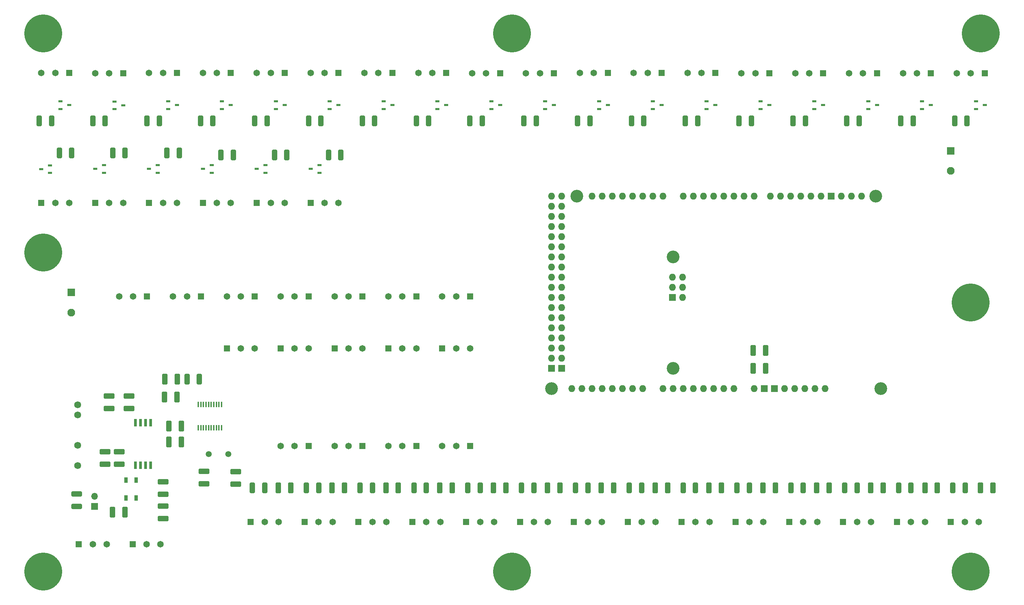
<source format=gbr>
%TF.GenerationSoftware,KiCad,Pcbnew,9.0.0*%
%TF.CreationDate,2025-04-28T14:24:41-07:00*%
%TF.ProjectId,HMI,484d492e-6b69-4636-9164-5f7063625858,rev?*%
%TF.SameCoordinates,Original*%
%TF.FileFunction,Soldermask,Top*%
%TF.FilePolarity,Negative*%
%FSLAX46Y46*%
G04 Gerber Fmt 4.6, Leading zero omitted, Abs format (unit mm)*
G04 Created by KiCad (PCBNEW 9.0.0) date 2025-04-28 14:24:41*
%MOMM*%
%LPD*%
G01*
G04 APERTURE LIST*
G04 Aperture macros list*
%AMRoundRect*
0 Rectangle with rounded corners*
0 $1 Rounding radius*
0 $2 $3 $4 $5 $6 $7 $8 $9 X,Y pos of 4 corners*
0 Add a 4 corners polygon primitive as box body*
4,1,4,$2,$3,$4,$5,$6,$7,$8,$9,$2,$3,0*
0 Add four circle primitives for the rounded corners*
1,1,$1+$1,$2,$3*
1,1,$1+$1,$4,$5*
1,1,$1+$1,$6,$7*
1,1,$1+$1,$8,$9*
0 Add four rect primitives between the rounded corners*
20,1,$1+$1,$2,$3,$4,$5,0*
20,1,$1+$1,$4,$5,$6,$7,0*
20,1,$1+$1,$6,$7,$8,$9,0*
20,1,$1+$1,$8,$9,$2,$3,0*%
G04 Aperture macros list end*
%ADD10RoundRect,0.250000X0.400000X1.075000X-0.400000X1.075000X-0.400000X-1.075000X0.400000X-1.075000X0*%
%ADD11RoundRect,0.250000X-0.400000X-1.075000X0.400000X-1.075000X0.400000X1.075000X-0.400000X1.075000X0*%
%ADD12R,1.650000X1.650000*%
%ADD13C,1.650000*%
%ADD14R,1.050000X0.600000*%
%ADD15RoundRect,0.250000X-1.100000X0.412500X-1.100000X-0.412500X1.100000X-0.412500X1.100000X0.412500X0*%
%ADD16RoundRect,0.250000X-0.412500X-1.100000X0.412500X-1.100000X0.412500X1.100000X-0.412500X1.100000X0*%
%ADD17RoundRect,0.250000X1.100000X-0.412500X1.100000X0.412500X-1.100000X0.412500X-1.100000X-0.412500X0*%
%ADD18C,9.500000*%
%ADD19RoundRect,0.250000X0.412500X1.100000X-0.412500X1.100000X-0.412500X-1.100000X0.412500X-1.100000X0*%
%ADD20R,0.900000X1.350000*%
%ADD21RoundRect,0.250000X1.075000X-0.400000X1.075000X0.400000X-1.075000X0.400000X-1.075000X-0.400000X0*%
%ADD22R,1.950000X1.950000*%
%ADD23C,1.950000*%
%ADD24C,1.500000*%
%ADD25C,1.725000*%
%ADD26R,1.700000X1.700000*%
%ADD27O,1.700000X1.700000*%
%ADD28R,0.450000X1.475000*%
%ADD29R,0.650000X1.850000*%
%ADD30C,3.200000*%
%ADD31O,1.727200X1.727200*%
%ADD32R,1.727200X1.727200*%
G04 APERTURE END LIST*
D10*
%TO.C,R23*%
X93550000Y-63000000D03*
X90450000Y-63000000D03*
%TD*%
D11*
%TO.C,R30*%
X192900000Y-146500000D03*
X196000000Y-146500000D03*
%TD*%
D12*
%TO.C,J33*%
X179000000Y-155000000D03*
D13*
X182500000Y-155000000D03*
X186000000Y-155000000D03*
%TD*%
D12*
%TO.C,J55*%
X112500000Y-136000000D03*
D13*
X109000000Y-136000000D03*
X105500000Y-136000000D03*
%TD*%
D14*
%TO.C,Q8*%
X171800000Y-49550000D03*
X171800000Y-51450000D03*
X174000000Y-50500000D03*
%TD*%
D12*
%TO.C,J10*%
X174000000Y-42450000D03*
D13*
X170500000Y-42450000D03*
X167000000Y-42450000D03*
%TD*%
D11*
%TO.C,R25*%
X260500000Y-146500000D03*
X263600000Y-146500000D03*
%TD*%
D12*
%TO.C,J51*%
X119000000Y-111500000D03*
D13*
X122500000Y-111500000D03*
X126000000Y-111500000D03*
%TD*%
D11*
%TO.C,R29*%
X206400000Y-146500000D03*
X209500000Y-146500000D03*
%TD*%
%TO.C,R27*%
X233400000Y-146500000D03*
X236500000Y-146500000D03*
%TD*%
D15*
%TO.C,C92*%
X51500000Y-137437500D03*
X51500000Y-140562500D03*
%TD*%
D16*
%TO.C,C13*%
X131875000Y-146500000D03*
X135000000Y-146500000D03*
%TD*%
D11*
%TO.C,R5*%
X206900000Y-54450000D03*
X210000000Y-54450000D03*
%TD*%
D12*
%TO.C,J45*%
X112500000Y-98450000D03*
D13*
X109000000Y-98450000D03*
X105500000Y-98450000D03*
%TD*%
D12*
%TO.C,J41*%
X58500000Y-98500000D03*
D13*
X55000000Y-98500000D03*
X51500000Y-98500000D03*
%TD*%
D17*
%TO.C,C85*%
X49000000Y-126562500D03*
X49000000Y-123437500D03*
%TD*%
D18*
%TO.C,H8*%
X150000000Y-32500000D03*
%TD*%
D14*
%TO.C,Q13*%
X104300000Y-49550000D03*
X104300000Y-51450000D03*
X106500000Y-50500000D03*
%TD*%
D19*
%TO.C,C90*%
X67062500Y-135000000D03*
X63937500Y-135000000D03*
%TD*%
D20*
%TO.C,FL1*%
X55750000Y-144500000D03*
X53250000Y-144500000D03*
X53250000Y-149050000D03*
X55750000Y-149050000D03*
%TD*%
D12*
%TO.C,J32*%
X192500000Y-155000000D03*
D13*
X196000000Y-155000000D03*
X199500000Y-155000000D03*
%TD*%
D14*
%TO.C,Q10*%
X144800000Y-49550000D03*
X144800000Y-51450000D03*
X147000000Y-50500000D03*
%TD*%
D10*
%TO.C,R22*%
X80100000Y-63000000D03*
X77000000Y-63000000D03*
%TD*%
D18*
%TO.C,H5*%
X32500000Y-32500000D03*
%TD*%
D16*
%TO.C,C12*%
X145375000Y-146500000D03*
X148500000Y-146500000D03*
%TD*%
D12*
%TO.C,J34*%
X165500000Y-155000000D03*
D13*
X169000000Y-155000000D03*
X172500000Y-155000000D03*
%TD*%
D12*
%TO.C,J8*%
X201000000Y-42450000D03*
D13*
X197500000Y-42450000D03*
X194000000Y-42450000D03*
%TD*%
D12*
%TO.C,J13*%
X133500000Y-42450000D03*
D13*
X130000000Y-42450000D03*
X126500000Y-42450000D03*
%TD*%
D21*
%TO.C,R60*%
X40885000Y-151135000D03*
X40885000Y-148035000D03*
%TD*%
D11*
%TO.C,R36*%
X111900000Y-146500000D03*
X115000000Y-146500000D03*
%TD*%
D14*
%TO.C,Q3*%
X239300000Y-49550000D03*
X239300000Y-51450000D03*
X241500000Y-50500000D03*
%TD*%
D11*
%TO.C,R34*%
X138900000Y-146500000D03*
X142000000Y-146500000D03*
%TD*%
%TO.C,R35*%
X125400000Y-146500000D03*
X128500000Y-146500000D03*
%TD*%
D12*
%TO.C,J31*%
X206000000Y-155050000D03*
D13*
X209500000Y-155050000D03*
X213000000Y-155050000D03*
%TD*%
D12*
%TO.C,J57*%
X41385000Y-160585000D03*
D13*
X44885000Y-160585000D03*
X48385000Y-160585000D03*
%TD*%
D11*
%TO.C,R15*%
X71900000Y-54450000D03*
X75000000Y-54450000D03*
%TD*%
%TO.C,R37*%
X98450000Y-146500000D03*
X101550000Y-146500000D03*
%TD*%
D16*
%TO.C,C2*%
X210437500Y-112000000D03*
X213562500Y-112000000D03*
%TD*%
D19*
%TO.C,C65*%
X66000000Y-123750000D03*
X62875000Y-123750000D03*
%TD*%
D11*
%TO.C,R3*%
X233900000Y-54450000D03*
X237000000Y-54450000D03*
%TD*%
D12*
%TO.C,J47*%
X85500000Y-98450000D03*
D13*
X82000000Y-98450000D03*
X78500000Y-98450000D03*
%TD*%
D12*
%TO.C,J18*%
X66000000Y-42450000D03*
D13*
X62500000Y-42450000D03*
X59000000Y-42450000D03*
%TD*%
D16*
%TO.C,C3*%
X267437500Y-146500000D03*
X270562500Y-146500000D03*
%TD*%
D11*
%TO.C,R2*%
X247450000Y-54450000D03*
X250550000Y-54450000D03*
%TD*%
D17*
%TO.C,C86*%
X54000000Y-126562500D03*
X54000000Y-123437500D03*
%TD*%
D16*
%TO.C,C4*%
X253500000Y-146500000D03*
X256625000Y-146500000D03*
%TD*%
D12*
%TO.C,J35*%
X152000000Y-155050000D03*
D13*
X155500000Y-155050000D03*
X159000000Y-155050000D03*
%TD*%
D14*
%TO.C,Q2*%
X252800000Y-49550000D03*
X252800000Y-51450000D03*
X255000000Y-50500000D03*
%TD*%
D12*
%TO.C,J12*%
X147000000Y-42500000D03*
D13*
X143500000Y-42500000D03*
X140000000Y-42500000D03*
%TD*%
D12*
%TO.C,J5*%
X241500000Y-42500000D03*
D13*
X238000000Y-42500000D03*
X234500000Y-42500000D03*
%TD*%
D16*
%TO.C,C8*%
X199375000Y-146500000D03*
X202500000Y-146500000D03*
%TD*%
D11*
%TO.C,R7*%
X179950000Y-54450000D03*
X183050000Y-54450000D03*
%TD*%
D14*
%TO.C,Q15*%
X77300000Y-49550000D03*
X77300000Y-51450000D03*
X79500000Y-50500000D03*
%TD*%
D12*
%TO.C,J44*%
X126000000Y-98450000D03*
D13*
X122500000Y-98450000D03*
X119000000Y-98450000D03*
%TD*%
D14*
%TO.C,Q18*%
X36800000Y-49550000D03*
X36800000Y-51450000D03*
X39000000Y-50500000D03*
%TD*%
%TO.C,Q19*%
X34200000Y-67500000D03*
X34200000Y-65600000D03*
X32000000Y-66550000D03*
%TD*%
D11*
%TO.C,R28*%
X219900000Y-146500000D03*
X223000000Y-146500000D03*
%TD*%
D12*
%TO.C,J36*%
X138500000Y-155050000D03*
D13*
X142000000Y-155050000D03*
X145500000Y-155050000D03*
%TD*%
D12*
%TO.C,J27*%
X260000000Y-155000000D03*
D13*
X263500000Y-155000000D03*
X267000000Y-155000000D03*
%TD*%
D12*
%TO.C,J28*%
X246500000Y-155000000D03*
D13*
X250000000Y-155000000D03*
X253500000Y-155000000D03*
%TD*%
D14*
%TO.C,Q7*%
X185300000Y-49550000D03*
X185300000Y-51450000D03*
X187500000Y-50500000D03*
%TD*%
D12*
%TO.C,J43*%
X139500000Y-98450000D03*
D13*
X136000000Y-98450000D03*
X132500000Y-98450000D03*
%TD*%
D12*
%TO.C,J7*%
X214500000Y-42500000D03*
D13*
X211000000Y-42500000D03*
X207500000Y-42500000D03*
%TD*%
D14*
%TO.C,Q11*%
X131300000Y-49550000D03*
X131300000Y-51450000D03*
X133500000Y-50500000D03*
%TD*%
D11*
%TO.C,R4*%
X220450000Y-54450000D03*
X223550000Y-54450000D03*
%TD*%
D14*
%TO.C,Q12*%
X117800000Y-49550000D03*
X117800000Y-51450000D03*
X120000000Y-50500000D03*
%TD*%
D17*
%TO.C,C91*%
X48000000Y-140562500D03*
X48000000Y-137437500D03*
%TD*%
D22*
%TO.C,J2*%
X260000000Y-62000000D03*
D23*
X260000000Y-67000000D03*
%TD*%
D11*
%TO.C,R33*%
X152400000Y-146500000D03*
X155500000Y-146500000D03*
%TD*%
D12*
%TO.C,J11*%
X160500000Y-42500000D03*
D13*
X157000000Y-42500000D03*
X153500000Y-42500000D03*
%TD*%
D11*
%TO.C,R8*%
X166450000Y-54450000D03*
X169550000Y-54450000D03*
%TD*%
D12*
%TO.C,J16*%
X93000000Y-42450000D03*
D13*
X89500000Y-42450000D03*
X86000000Y-42450000D03*
%TD*%
D12*
%TO.C,J15*%
X106500000Y-42450000D03*
D13*
X103000000Y-42450000D03*
X99500000Y-42450000D03*
%TD*%
D24*
%TO.C,Y1*%
X74000000Y-138000000D03*
X78880000Y-138000000D03*
%TD*%
D14*
%TO.C,Q1*%
X266300000Y-49550000D03*
X266300000Y-51450000D03*
X268500000Y-50500000D03*
%TD*%
D16*
%TO.C,C14*%
X118375000Y-146500000D03*
X121500000Y-146500000D03*
%TD*%
D11*
%TO.C,R1*%
X260950000Y-54450000D03*
X264050000Y-54450000D03*
%TD*%
D14*
%TO.C,Q4*%
X225800000Y-49550000D03*
X225800000Y-51450000D03*
X228000000Y-50500000D03*
%TD*%
D12*
%TO.C,J29*%
X233000000Y-155000000D03*
D13*
X236500000Y-155000000D03*
X240000000Y-155000000D03*
%TD*%
D15*
%TO.C,C68*%
X72750000Y-142375000D03*
X72750000Y-145500000D03*
%TD*%
D12*
%TO.C,J50*%
X105500000Y-111500000D03*
D13*
X109000000Y-111500000D03*
X112500000Y-111500000D03*
%TD*%
D25*
%TO.C,PS1*%
X41115000Y-125675000D03*
X41115000Y-128215000D03*
X41115000Y-135835000D03*
X41115000Y-140915000D03*
%TD*%
D12*
%TO.C,J19*%
X52500000Y-42500000D03*
D13*
X49000000Y-42500000D03*
X45500000Y-42500000D03*
%TD*%
D18*
%TO.C,H3*%
X265000000Y-100000000D03*
%TD*%
D16*
%TO.C,C89*%
X63937500Y-131000000D03*
X67062500Y-131000000D03*
%TD*%
D12*
%TO.C,J40*%
X84500000Y-155000000D03*
D13*
X88000000Y-155000000D03*
X91500000Y-155000000D03*
%TD*%
D14*
%TO.C,Q9*%
X158300000Y-49550000D03*
X158300000Y-51450000D03*
X160500000Y-50500000D03*
%TD*%
D26*
%TO.C,JP1*%
X45385000Y-151125000D03*
D27*
X45385000Y-148585000D03*
%TD*%
D12*
%TO.C,J42*%
X72000000Y-98500000D03*
D13*
X68500000Y-98500000D03*
X65000000Y-98500000D03*
%TD*%
D16*
%TO.C,C15*%
X104875000Y-146500000D03*
X108000000Y-146500000D03*
%TD*%
D10*
%TO.C,R19*%
X39600000Y-62500000D03*
X36500000Y-62500000D03*
%TD*%
D12*
%TO.C,J52*%
X132500000Y-111500000D03*
D13*
X136000000Y-111500000D03*
X139500000Y-111500000D03*
%TD*%
D11*
%TO.C,R17*%
X44900000Y-54450000D03*
X48000000Y-54450000D03*
%TD*%
D14*
%TO.C,Q17*%
X50300000Y-49600000D03*
X50300000Y-51500000D03*
X52500000Y-50550000D03*
%TD*%
%TO.C,Q6*%
X198800000Y-49550000D03*
X198800000Y-51450000D03*
X201000000Y-50500000D03*
%TD*%
D12*
%TO.C,J4*%
X255000000Y-42500000D03*
D13*
X251500000Y-42500000D03*
X248000000Y-42500000D03*
%TD*%
D12*
%TO.C,J56*%
X99000000Y-136000000D03*
D13*
X95500000Y-136000000D03*
X92000000Y-136000000D03*
%TD*%
D18*
%TO.C,H7*%
X32500000Y-87500000D03*
%TD*%
D12*
%TO.C,J38*%
X111500000Y-155050000D03*
D13*
X115000000Y-155050000D03*
X118500000Y-155050000D03*
%TD*%
D16*
%TO.C,C9*%
X185875000Y-146500000D03*
X189000000Y-146500000D03*
%TD*%
D28*
%TO.C,IC6*%
X71325000Y-131438000D03*
X71975000Y-131438000D03*
X72625000Y-131438000D03*
X73275000Y-131438000D03*
X73925000Y-131438000D03*
X74575000Y-131438000D03*
X75225000Y-131438000D03*
X75875000Y-131438000D03*
X76525000Y-131438000D03*
X77175000Y-131438000D03*
X77175000Y-125562000D03*
X76525000Y-125562000D03*
X75875000Y-125562000D03*
X75225000Y-125562000D03*
X74575000Y-125562000D03*
X73925000Y-125562000D03*
X73275000Y-125562000D03*
X72625000Y-125562000D03*
X71975000Y-125562000D03*
X71325000Y-125562000D03*
%TD*%
D14*
%TO.C,Q16*%
X63800000Y-49550000D03*
X63800000Y-51450000D03*
X66000000Y-50500000D03*
%TD*%
D15*
%TO.C,C67*%
X80750000Y-142437500D03*
X80750000Y-145562500D03*
%TD*%
D11*
%TO.C,R6*%
X193450000Y-54450000D03*
X196550000Y-54450000D03*
%TD*%
D12*
%TO.C,J20*%
X39000000Y-42450000D03*
D13*
X35500000Y-42450000D03*
X32000000Y-42450000D03*
%TD*%
D14*
%TO.C,Q22*%
X74700000Y-67450000D03*
X74700000Y-65550000D03*
X72500000Y-66500000D03*
%TD*%
D18*
%TO.C,H6*%
X265000000Y-167500000D03*
%TD*%
%TO.C,H1*%
X150000000Y-167500000D03*
%TD*%
D12*
%TO.C,J17*%
X79500000Y-42450000D03*
D13*
X76000000Y-42450000D03*
X72500000Y-42450000D03*
%TD*%
D29*
%TO.C,IC1*%
X59405000Y-130175000D03*
X58135000Y-130175000D03*
X56865000Y-130175000D03*
X55595000Y-130175000D03*
X55595000Y-140825000D03*
X56865000Y-140825000D03*
X58135000Y-140825000D03*
X59405000Y-140825000D03*
%TD*%
D14*
%TO.C,Q5*%
X212300000Y-49550000D03*
X212300000Y-51450000D03*
X214500000Y-50500000D03*
%TD*%
D16*
%TO.C,C16*%
X91375000Y-146500000D03*
X94500000Y-146500000D03*
%TD*%
D12*
%TO.C,J6*%
X228000000Y-42500000D03*
D13*
X224500000Y-42500000D03*
X221000000Y-42500000D03*
%TD*%
D12*
%TO.C,J30*%
X219500000Y-155000000D03*
D13*
X223000000Y-155000000D03*
X226500000Y-155000000D03*
%TD*%
D11*
%TO.C,R14*%
X85500000Y-54450000D03*
X88600000Y-54450000D03*
%TD*%
D12*
%TO.C,J46*%
X99000000Y-98450000D03*
D13*
X95500000Y-98450000D03*
X92000000Y-98450000D03*
%TD*%
D12*
%TO.C,J14*%
X120000000Y-42450000D03*
D13*
X116500000Y-42450000D03*
X113000000Y-42450000D03*
%TD*%
D14*
%TO.C,Q21*%
X61200000Y-67450000D03*
X61200000Y-65550000D03*
X59000000Y-66500000D03*
%TD*%
%TO.C,Q24*%
X101700000Y-67450000D03*
X101700000Y-65550000D03*
X99500000Y-66500000D03*
%TD*%
%TO.C,Q20*%
X47700000Y-67450000D03*
X47700000Y-65550000D03*
X45500000Y-66500000D03*
%TD*%
D11*
%TO.C,R13*%
X99000000Y-54450000D03*
X102100000Y-54450000D03*
%TD*%
D16*
%TO.C,C6*%
X226375000Y-146500000D03*
X229500000Y-146500000D03*
%TD*%
%TO.C,C11*%
X158875000Y-146500000D03*
X162000000Y-146500000D03*
%TD*%
D18*
%TO.C,H4*%
X267500000Y-32500000D03*
%TD*%
D12*
%TO.C,J24*%
X72500000Y-75050000D03*
D13*
X76000000Y-75050000D03*
X79500000Y-75050000D03*
%TD*%
D12*
%TO.C,J49*%
X92000000Y-111500000D03*
D13*
X95500000Y-111500000D03*
X99000000Y-111500000D03*
%TD*%
D12*
%TO.C,J9*%
X187500000Y-42450000D03*
D13*
X184000000Y-42450000D03*
X180500000Y-42450000D03*
%TD*%
D11*
%TO.C,R16*%
X58500000Y-54450000D03*
X61600000Y-54450000D03*
%TD*%
%TO.C,R32*%
X165900000Y-146500000D03*
X169000000Y-146500000D03*
%TD*%
D18*
%TO.C,H2*%
X32500000Y-167500000D03*
%TD*%
D10*
%TO.C,R24*%
X107100000Y-63000000D03*
X104000000Y-63000000D03*
%TD*%
D12*
%TO.C,J53*%
X139500000Y-136000000D03*
D13*
X136000000Y-136000000D03*
X132500000Y-136000000D03*
%TD*%
D11*
%TO.C,R31*%
X179400000Y-146500000D03*
X182500000Y-146500000D03*
%TD*%
D16*
%TO.C,C5*%
X239875000Y-146500000D03*
X243000000Y-146500000D03*
%TD*%
D11*
%TO.C,R18*%
X31500000Y-54450000D03*
X34600000Y-54450000D03*
%TD*%
%TO.C,R12*%
X112450000Y-54450000D03*
X115550000Y-54450000D03*
%TD*%
D12*
%TO.C,J23*%
X59000000Y-75000000D03*
D13*
X62500000Y-75000000D03*
X66000000Y-75000000D03*
%TD*%
D19*
%TO.C,C66*%
X66062500Y-119250000D03*
X62937500Y-119250000D03*
%TD*%
D10*
%TO.C,R59*%
X71612500Y-119250000D03*
X68512500Y-119250000D03*
%TD*%
D12*
%TO.C,J37*%
X125000000Y-155050000D03*
D13*
X128500000Y-155050000D03*
X132000000Y-155050000D03*
%TD*%
D17*
%TO.C,C95*%
X62500000Y-148085000D03*
X62500000Y-144960000D03*
%TD*%
D10*
%TO.C,R20*%
X53000000Y-62500000D03*
X49900000Y-62500000D03*
%TD*%
D11*
%TO.C,R11*%
X126000000Y-54450000D03*
X129100000Y-54450000D03*
%TD*%
D12*
%TO.C,J3*%
X268500000Y-42500000D03*
D13*
X265000000Y-42500000D03*
X261500000Y-42500000D03*
%TD*%
D16*
%TO.C,C1*%
X210437500Y-116500000D03*
X213562500Y-116500000D03*
%TD*%
D11*
%TO.C,R26*%
X246900000Y-146500000D03*
X250000000Y-146500000D03*
%TD*%
D12*
%TO.C,J21*%
X32000000Y-75000000D03*
D13*
X35500000Y-75000000D03*
X39000000Y-75000000D03*
%TD*%
D16*
%TO.C,C10*%
X172375000Y-146500000D03*
X175500000Y-146500000D03*
%TD*%
D12*
%TO.C,J54*%
X126000000Y-135950000D03*
D13*
X122500000Y-135950000D03*
X119000000Y-135950000D03*
%TD*%
D12*
%TO.C,J58*%
X54885000Y-160585000D03*
D13*
X58385000Y-160585000D03*
X61885000Y-160585000D03*
%TD*%
D12*
%TO.C,J26*%
X99500000Y-75000000D03*
D13*
X103000000Y-75000000D03*
X106500000Y-75000000D03*
%TD*%
D17*
%TO.C,C93*%
X62500000Y-154147500D03*
X62500000Y-151022500D03*
%TD*%
D19*
%TO.C,C94*%
X52947500Y-152585000D03*
X49822500Y-152585000D03*
%TD*%
D12*
%TO.C,J25*%
X86000000Y-75000000D03*
D13*
X89500000Y-75000000D03*
X93000000Y-75000000D03*
%TD*%
D10*
%TO.C,R21*%
X66600000Y-62500000D03*
X63500000Y-62500000D03*
%TD*%
D12*
%TO.C,J39*%
X98000000Y-155000000D03*
D13*
X101500000Y-155000000D03*
X105000000Y-155000000D03*
%TD*%
D14*
%TO.C,Q14*%
X90800000Y-49550000D03*
X90800000Y-51450000D03*
X93000000Y-50500000D03*
%TD*%
D11*
%TO.C,R10*%
X139450000Y-54450000D03*
X142550000Y-54450000D03*
%TD*%
D14*
%TO.C,Q23*%
X88200000Y-67450000D03*
X88200000Y-65550000D03*
X86000000Y-66500000D03*
%TD*%
D12*
%TO.C,J48*%
X78500000Y-111500000D03*
D13*
X82000000Y-111500000D03*
X85500000Y-111500000D03*
%TD*%
D16*
%TO.C,C7*%
X212875000Y-146500000D03*
X216000000Y-146500000D03*
%TD*%
D22*
%TO.C,J1*%
X39500000Y-97500000D03*
D23*
X39500000Y-102500000D03*
%TD*%
D11*
%TO.C,R38*%
X84900000Y-146500000D03*
X88000000Y-146500000D03*
%TD*%
%TO.C,R9*%
X152950000Y-54450000D03*
X156050000Y-54450000D03*
%TD*%
D12*
%TO.C,J22*%
X45500000Y-75000000D03*
D13*
X49000000Y-75000000D03*
X52500000Y-75000000D03*
%TD*%
D30*
%TO.C,A2*%
X242406000Y-121630000D03*
X241136000Y-73370000D03*
D31*
X228436000Y-121630000D03*
D30*
X190336000Y-116550000D03*
X190336000Y-88610000D03*
X166206000Y-73370000D03*
X159856000Y-121630000D03*
D31*
X220816000Y-121630000D03*
X218276000Y-121630000D03*
X190209000Y-93690000D03*
X162396000Y-73370000D03*
X159856000Y-73370000D03*
X205576000Y-121630000D03*
X203036000Y-121630000D03*
X200496000Y-121630000D03*
X197956000Y-121630000D03*
X195416000Y-121630000D03*
X192876000Y-121630000D03*
X190336000Y-121630000D03*
X187796000Y-121630000D03*
X182716000Y-121630000D03*
X180176000Y-121630000D03*
X177636000Y-121630000D03*
X175096000Y-121630000D03*
X172556000Y-121630000D03*
X170016000Y-121630000D03*
X167476000Y-121630000D03*
X164936000Y-121630000D03*
X232500000Y-73370000D03*
X192876000Y-73370000D03*
X195416000Y-73370000D03*
X197956000Y-73370000D03*
X200496000Y-73370000D03*
X203036000Y-73370000D03*
X205576000Y-73370000D03*
X208116000Y-73370000D03*
X210656000Y-73370000D03*
X214720000Y-73370000D03*
X217260000Y-73370000D03*
X219800000Y-73370000D03*
X222340000Y-73370000D03*
X224880000Y-73370000D03*
X227420000Y-73370000D03*
X187796000Y-73370000D03*
X185256000Y-73370000D03*
X182716000Y-73370000D03*
X180176000Y-73370000D03*
X177636000Y-73370000D03*
X175096000Y-73370000D03*
X172556000Y-73370000D03*
X170016000Y-73370000D03*
X162396000Y-75910000D03*
X159856000Y-75910000D03*
X162396000Y-78450000D03*
X159856000Y-78450000D03*
X162396000Y-80990000D03*
X159856000Y-80990000D03*
X162396000Y-83530000D03*
X159856000Y-83530000D03*
X162396000Y-86070000D03*
X159856000Y-86070000D03*
X162396000Y-88610000D03*
X159856000Y-88610000D03*
X162396000Y-91150000D03*
X159856000Y-91150000D03*
X162396000Y-93690000D03*
X159856000Y-93690000D03*
X162396000Y-96230000D03*
X159856000Y-96230000D03*
X162396000Y-98770000D03*
X159856000Y-98770000D03*
X162396000Y-101310000D03*
X159856000Y-101310000D03*
X162396000Y-103850000D03*
X159856000Y-103850000D03*
X162396000Y-106390000D03*
X159856000Y-106390000D03*
X162396000Y-108930000D03*
X159856000Y-108930000D03*
X162396000Y-111470000D03*
X159856000Y-111470000D03*
X162396000Y-114010000D03*
X159856000Y-114010000D03*
D32*
X229960000Y-73370000D03*
X215736000Y-121630000D03*
X213196000Y-121630000D03*
X190209000Y-98770000D03*
X162396000Y-116550000D03*
X159856000Y-116550000D03*
D31*
X225896000Y-121630000D03*
X192749000Y-93690000D03*
X190209000Y-96230000D03*
X223356000Y-121630000D03*
X192749000Y-98770000D03*
X192749000Y-96230000D03*
X237580000Y-73370000D03*
X235040000Y-73370000D03*
X210656000Y-121630000D03*
%TD*%
M02*

</source>
